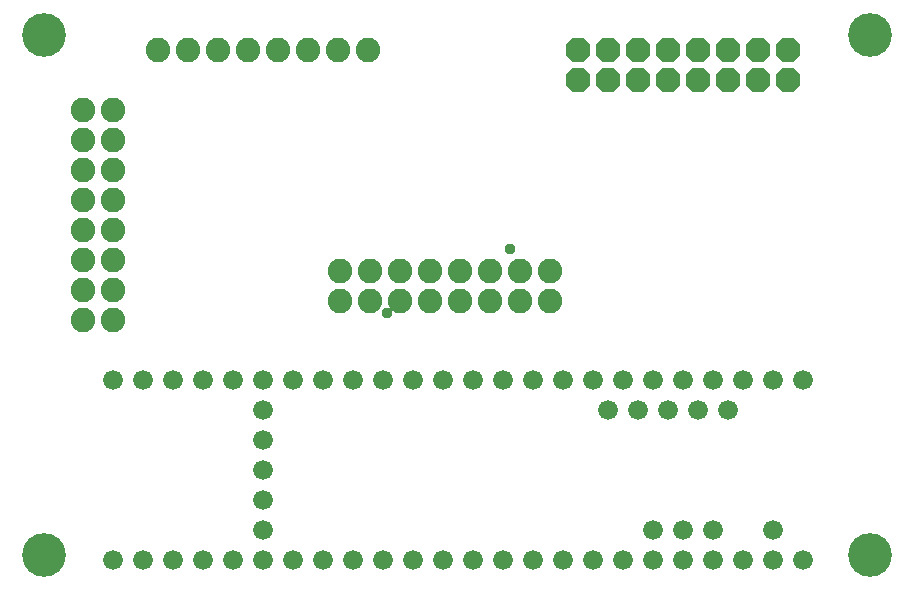
<source format=gbr>
G04 EAGLE Gerber X2 export*
%TF.Part,Single*%
%TF.FileFunction,Soldermask,Bot,1*%
%TF.FilePolarity,Negative*%
%TF.GenerationSoftware,Autodesk,EAGLE,9.0.1*%
%TF.CreationDate,2018-06-21T21:19:49Z*%
G75*
%MOMM*%
%FSLAX34Y34*%
%LPD*%
%AMOC8*
5,1,8,0,0,1.08239X$1,22.5*%
G01*
%ADD10C,3.703200*%
%ADD11C,2.082800*%
%ADD12P,2.254402X8X22.500000*%
%ADD13C,1.676400*%
%ADD14C,0.959600*%


D10*
X170000Y30000D03*
X870000Y30000D03*
X870000Y470000D03*
X170000Y470000D03*
D11*
X598526Y270358D03*
X598526Y244958D03*
X573126Y270358D03*
X573126Y244958D03*
X547726Y270358D03*
X547726Y244958D03*
X522326Y270358D03*
X522326Y244958D03*
X496926Y270358D03*
X496926Y244958D03*
X471526Y270358D03*
X471526Y244958D03*
X446126Y270358D03*
X446126Y244958D03*
X420726Y270358D03*
X420726Y244958D03*
X203200Y406400D03*
X228600Y406400D03*
X203200Y381000D03*
X228600Y381000D03*
X203200Y355600D03*
X228600Y355600D03*
X203200Y330200D03*
X228600Y330200D03*
X203200Y304800D03*
X228600Y304800D03*
X203200Y279400D03*
X228600Y279400D03*
X203200Y254000D03*
X228600Y254000D03*
X203200Y228600D03*
X228600Y228600D03*
X266700Y457200D03*
X292100Y457200D03*
X317500Y457200D03*
X342900Y457200D03*
X368300Y457200D03*
X393700Y457200D03*
X419100Y457200D03*
X444500Y457200D03*
D12*
X622300Y431800D03*
X622300Y457200D03*
X647700Y431800D03*
X647700Y457200D03*
X673100Y431800D03*
X673100Y457200D03*
X698500Y431800D03*
X698500Y457200D03*
X723900Y431800D03*
X723900Y457200D03*
X749300Y431800D03*
X749300Y457200D03*
X774700Y431800D03*
X774700Y457200D03*
X800100Y431800D03*
X800100Y457200D03*
D13*
X762000Y177800D03*
X736600Y177800D03*
X711200Y177800D03*
X685800Y177800D03*
X660400Y177800D03*
X635000Y177800D03*
X609600Y177800D03*
X584200Y177800D03*
X558800Y177800D03*
X533400Y177800D03*
X508000Y177800D03*
X482600Y177800D03*
X482600Y25400D03*
X508000Y25400D03*
X533400Y25400D03*
X558800Y25400D03*
X584200Y25400D03*
X609600Y25400D03*
X635000Y25400D03*
X660400Y25400D03*
X685800Y25400D03*
X711200Y25400D03*
X736600Y25400D03*
X787400Y177800D03*
X762000Y25400D03*
X787400Y25400D03*
X812800Y177800D03*
X812800Y25400D03*
X457200Y177800D03*
X457200Y25400D03*
X431800Y177800D03*
X406400Y177800D03*
X381000Y177800D03*
X355600Y177800D03*
X330200Y177800D03*
X304800Y177800D03*
X279400Y177800D03*
X254000Y177800D03*
X228600Y177800D03*
X228600Y25400D03*
X254000Y25400D03*
X279400Y25400D03*
X304800Y25400D03*
X330200Y25400D03*
X355600Y25400D03*
X381000Y25400D03*
X406400Y25400D03*
X431800Y25400D03*
X355600Y152400D03*
X355600Y101600D03*
X355600Y76200D03*
X355600Y127000D03*
X355600Y50800D03*
X787400Y50800D03*
X736600Y50800D03*
X711200Y50800D03*
X685800Y50800D03*
X749300Y152400D03*
X723900Y152400D03*
X698500Y152400D03*
X673100Y152400D03*
X647700Y152400D03*
D14*
X460375Y234950D03*
X565150Y288925D03*
M02*

</source>
